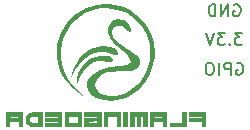
<source format=gbo>
G04 (created by PCBNEW (2013-07-07 BZR 4022)-stable) date 2015/2/26 10:26:18*
%MOIN*%
G04 Gerber Fmt 3.4, Leading zero omitted, Abs format*
%FSLAX34Y34*%
G01*
G70*
G90*
G04 APERTURE LIST*
%ADD10C,0.00590551*%
%ADD11C,0.008*%
%ADD12C,0.0001*%
G04 APERTURE END LIST*
G54D10*
G54D11*
X26400Y-25580D02*
X26438Y-25561D01*
X26495Y-25561D01*
X26552Y-25580D01*
X26590Y-25619D01*
X26609Y-25657D01*
X26628Y-25733D01*
X26628Y-25790D01*
X26609Y-25866D01*
X26590Y-25904D01*
X26552Y-25942D01*
X26495Y-25961D01*
X26457Y-25961D01*
X26400Y-25942D01*
X26380Y-25923D01*
X26380Y-25790D01*
X26457Y-25790D01*
X26209Y-25961D02*
X26209Y-25561D01*
X26057Y-25561D01*
X26019Y-25580D01*
X26000Y-25600D01*
X25980Y-25638D01*
X25980Y-25695D01*
X26000Y-25733D01*
X26019Y-25752D01*
X26057Y-25771D01*
X26209Y-25771D01*
X25809Y-25961D02*
X25809Y-25561D01*
X25542Y-25561D02*
X25466Y-25561D01*
X25428Y-25580D01*
X25390Y-25619D01*
X25371Y-25695D01*
X25371Y-25828D01*
X25390Y-25904D01*
X25428Y-25942D01*
X25466Y-25961D01*
X25542Y-25961D01*
X25580Y-25942D01*
X25619Y-25904D01*
X25638Y-25828D01*
X25638Y-25695D01*
X25619Y-25619D01*
X25580Y-25580D01*
X25542Y-25561D01*
X26590Y-24561D02*
X26342Y-24561D01*
X26476Y-24714D01*
X26419Y-24714D01*
X26380Y-24733D01*
X26361Y-24752D01*
X26342Y-24790D01*
X26342Y-24885D01*
X26361Y-24923D01*
X26380Y-24942D01*
X26419Y-24961D01*
X26533Y-24961D01*
X26571Y-24942D01*
X26590Y-24923D01*
X26171Y-24923D02*
X26152Y-24942D01*
X26171Y-24961D01*
X26190Y-24942D01*
X26171Y-24923D01*
X26171Y-24961D01*
X26019Y-24561D02*
X25771Y-24561D01*
X25904Y-24714D01*
X25847Y-24714D01*
X25809Y-24733D01*
X25790Y-24752D01*
X25771Y-24790D01*
X25771Y-24885D01*
X25790Y-24923D01*
X25809Y-24942D01*
X25847Y-24961D01*
X25961Y-24961D01*
X25999Y-24942D01*
X26019Y-24923D01*
X25657Y-24561D02*
X25523Y-24961D01*
X25390Y-24561D01*
X26304Y-23630D02*
X26342Y-23611D01*
X26400Y-23611D01*
X26457Y-23630D01*
X26495Y-23669D01*
X26514Y-23707D01*
X26533Y-23783D01*
X26533Y-23840D01*
X26514Y-23916D01*
X26495Y-23954D01*
X26457Y-23992D01*
X26400Y-24011D01*
X26361Y-24011D01*
X26304Y-23992D01*
X26285Y-23973D01*
X26285Y-23840D01*
X26361Y-23840D01*
X26114Y-24011D02*
X26114Y-23611D01*
X25885Y-24011D01*
X25885Y-23611D01*
X25695Y-24011D02*
X25695Y-23611D01*
X25599Y-23611D01*
X25542Y-23630D01*
X25504Y-23669D01*
X25485Y-23707D01*
X25466Y-23783D01*
X25466Y-23840D01*
X25485Y-23916D01*
X25504Y-23954D01*
X25542Y-23992D01*
X25599Y-24011D01*
X25695Y-24011D01*
G54D12*
G36*
X19287Y-27696D02*
X19214Y-27696D01*
X19140Y-27696D01*
X19140Y-27610D01*
X19140Y-27523D01*
X19140Y-27370D01*
X19136Y-27361D01*
X19120Y-27355D01*
X19089Y-27351D01*
X19037Y-27350D01*
X19000Y-27350D01*
X18936Y-27350D01*
X18895Y-27353D01*
X18871Y-27357D01*
X18861Y-27364D01*
X18860Y-27370D01*
X18865Y-27379D01*
X18880Y-27385D01*
X18912Y-27388D01*
X18963Y-27390D01*
X19000Y-27390D01*
X19064Y-27389D01*
X19106Y-27387D01*
X19129Y-27382D01*
X19139Y-27375D01*
X19140Y-27370D01*
X19140Y-27523D01*
X19000Y-27523D01*
X18860Y-27523D01*
X18860Y-27610D01*
X18860Y-27696D01*
X18787Y-27696D01*
X18714Y-27696D01*
X18714Y-27450D01*
X18714Y-27203D01*
X19000Y-27203D01*
X19287Y-27203D01*
X19287Y-27450D01*
X19287Y-27696D01*
X19287Y-27696D01*
X19287Y-27696D01*
G37*
G36*
X19940Y-27696D02*
X19794Y-27696D01*
X19794Y-27563D01*
X19794Y-27456D01*
X19794Y-27350D01*
X19686Y-27350D01*
X19631Y-27351D01*
X19595Y-27354D01*
X19571Y-27362D01*
X19552Y-27377D01*
X19546Y-27382D01*
X19519Y-27422D01*
X19516Y-27465D01*
X19529Y-27501D01*
X19548Y-27530D01*
X19578Y-27548D01*
X19624Y-27558D01*
X19691Y-27562D01*
X19697Y-27562D01*
X19794Y-27563D01*
X19794Y-27696D01*
X19744Y-27696D01*
X19663Y-27695D01*
X19605Y-27693D01*
X19563Y-27690D01*
X19533Y-27684D01*
X19508Y-27674D01*
X19499Y-27670D01*
X19440Y-27628D01*
X19396Y-27574D01*
X19373Y-27516D01*
X19373Y-27515D01*
X19368Y-27437D01*
X19382Y-27364D01*
X19413Y-27303D01*
X19440Y-27270D01*
X19468Y-27246D01*
X19501Y-27229D01*
X19545Y-27218D01*
X19603Y-27211D01*
X19680Y-27207D01*
X19737Y-27206D01*
X19940Y-27201D01*
X19940Y-27449D01*
X19940Y-27696D01*
X19940Y-27696D01*
X19940Y-27696D01*
G37*
G36*
X20594Y-27696D02*
X20307Y-27696D01*
X20020Y-27696D01*
X20020Y-27630D01*
X20020Y-27563D01*
X20234Y-27563D01*
X20315Y-27563D01*
X20373Y-27562D01*
X20411Y-27559D01*
X20434Y-27555D01*
X20445Y-27549D01*
X20447Y-27543D01*
X20443Y-27536D01*
X20431Y-27530D01*
X20404Y-27526D01*
X20361Y-27524D01*
X20299Y-27523D01*
X20234Y-27523D01*
X20020Y-27523D01*
X20020Y-27456D01*
X20020Y-27390D01*
X20234Y-27390D01*
X20315Y-27390D01*
X20373Y-27388D01*
X20411Y-27386D01*
X20434Y-27382D01*
X20445Y-27376D01*
X20447Y-27370D01*
X20443Y-27362D01*
X20431Y-27357D01*
X20404Y-27353D01*
X20361Y-27351D01*
X20299Y-27350D01*
X20234Y-27350D01*
X20020Y-27350D01*
X20020Y-27276D01*
X20020Y-27203D01*
X20307Y-27203D01*
X20594Y-27203D01*
X20594Y-27450D01*
X20594Y-27696D01*
X20594Y-27696D01*
X20594Y-27696D01*
G37*
G36*
X21247Y-27696D02*
X21100Y-27696D01*
X21100Y-27563D01*
X21100Y-27350D01*
X20820Y-27350D01*
X20820Y-27563D01*
X21100Y-27563D01*
X21100Y-27696D01*
X20674Y-27696D01*
X20674Y-27203D01*
X21247Y-27203D01*
X21247Y-27696D01*
X21247Y-27696D01*
X21247Y-27696D01*
G37*
G36*
X21900Y-27696D02*
X21614Y-27696D01*
X21327Y-27696D01*
X21327Y-27543D01*
X21327Y-27390D01*
X21521Y-27390D01*
X21715Y-27390D01*
X21711Y-27453D01*
X21707Y-27516D01*
X21590Y-27520D01*
X21532Y-27523D01*
X21496Y-27528D01*
X21478Y-27535D01*
X21474Y-27544D01*
X21478Y-27552D01*
X21495Y-27558D01*
X21528Y-27562D01*
X21582Y-27563D01*
X21614Y-27563D01*
X21754Y-27563D01*
X21754Y-27456D01*
X21754Y-27350D01*
X21540Y-27350D01*
X21327Y-27350D01*
X21327Y-27276D01*
X21327Y-27203D01*
X21614Y-27203D01*
X21900Y-27203D01*
X21900Y-27450D01*
X21900Y-27696D01*
X21900Y-27696D01*
X21900Y-27696D01*
G37*
G36*
X22554Y-27696D02*
X22407Y-27696D01*
X22407Y-27350D01*
X22127Y-27350D01*
X22127Y-27696D01*
X21980Y-27696D01*
X21980Y-27203D01*
X22554Y-27203D01*
X22554Y-27696D01*
X22554Y-27696D01*
X22554Y-27696D01*
G37*
G36*
X22780Y-27696D02*
X22700Y-27696D01*
X22620Y-27696D01*
X22623Y-27453D01*
X22627Y-27210D01*
X22704Y-27206D01*
X22780Y-27202D01*
X22780Y-27449D01*
X22780Y-27696D01*
X22780Y-27696D01*
X22780Y-27696D01*
G37*
G36*
X23434Y-27696D02*
X23287Y-27696D01*
X23287Y-27350D01*
X23220Y-27350D01*
X23220Y-27696D01*
X23074Y-27696D01*
X23074Y-27350D01*
X23007Y-27350D01*
X23007Y-27696D01*
X22860Y-27696D01*
X22860Y-27203D01*
X23434Y-27203D01*
X23434Y-27696D01*
X23434Y-27696D01*
X23434Y-27696D01*
G37*
G36*
X24087Y-27696D02*
X24014Y-27696D01*
X23940Y-27696D01*
X23940Y-27610D01*
X23940Y-27523D01*
X23940Y-27370D01*
X23936Y-27361D01*
X23920Y-27355D01*
X23889Y-27351D01*
X23837Y-27350D01*
X23800Y-27350D01*
X23736Y-27350D01*
X23695Y-27353D01*
X23671Y-27357D01*
X23661Y-27364D01*
X23660Y-27370D01*
X23665Y-27379D01*
X23680Y-27385D01*
X23712Y-27388D01*
X23763Y-27390D01*
X23800Y-27390D01*
X23864Y-27389D01*
X23906Y-27387D01*
X23929Y-27382D01*
X23939Y-27375D01*
X23940Y-27370D01*
X23940Y-27523D01*
X23800Y-27523D01*
X23660Y-27523D01*
X23660Y-27610D01*
X23660Y-27696D01*
X23587Y-27696D01*
X23514Y-27696D01*
X23514Y-27450D01*
X23514Y-27203D01*
X23800Y-27203D01*
X24087Y-27203D01*
X24087Y-27450D01*
X24087Y-27696D01*
X24087Y-27696D01*
X24087Y-27696D01*
G37*
G36*
X24740Y-27696D02*
X24167Y-27696D01*
X24167Y-27563D01*
X24594Y-27563D01*
X24594Y-27203D01*
X24740Y-27203D01*
X24740Y-27696D01*
X24740Y-27696D01*
X24740Y-27696D01*
G37*
G36*
X25394Y-27696D02*
X25320Y-27696D01*
X25247Y-27696D01*
X25247Y-27610D01*
X25247Y-27523D01*
X25034Y-27523D01*
X24820Y-27523D01*
X24820Y-27456D01*
X24820Y-27390D01*
X25034Y-27390D01*
X25115Y-27390D01*
X25173Y-27388D01*
X25211Y-27386D01*
X25234Y-27382D01*
X25245Y-27376D01*
X25247Y-27370D01*
X25243Y-27362D01*
X25231Y-27357D01*
X25204Y-27353D01*
X25161Y-27351D01*
X25099Y-27350D01*
X25034Y-27350D01*
X24820Y-27350D01*
X24820Y-27276D01*
X24820Y-27203D01*
X25107Y-27203D01*
X25394Y-27203D01*
X25394Y-27450D01*
X25394Y-27696D01*
X25394Y-27696D01*
X25394Y-27696D01*
G37*
G36*
X23681Y-25221D02*
X23677Y-25319D01*
X23668Y-25398D01*
X23627Y-25615D01*
X23564Y-25818D01*
X23479Y-26007D01*
X23371Y-26182D01*
X23241Y-26341D01*
X23090Y-26484D01*
X22918Y-26612D01*
X22865Y-26645D01*
X22715Y-26722D01*
X22551Y-26778D01*
X22381Y-26814D01*
X22208Y-26826D01*
X22039Y-26816D01*
X22013Y-26812D01*
X21862Y-26776D01*
X21731Y-26724D01*
X21619Y-26655D01*
X21527Y-26570D01*
X21456Y-26468D01*
X21444Y-26444D01*
X21420Y-26370D01*
X21413Y-26287D01*
X21422Y-26205D01*
X21446Y-26136D01*
X21493Y-26068D01*
X21560Y-25997D01*
X21644Y-25926D01*
X21739Y-25861D01*
X21840Y-25803D01*
X21943Y-25758D01*
X21943Y-25757D01*
X22035Y-25728D01*
X22141Y-25705D01*
X22264Y-25687D01*
X22409Y-25674D01*
X22459Y-25670D01*
X22537Y-25664D01*
X22612Y-25657D01*
X22676Y-25648D01*
X22723Y-25640D01*
X22736Y-25637D01*
X22792Y-25612D01*
X22837Y-25577D01*
X22866Y-25537D01*
X22873Y-25506D01*
X22861Y-25451D01*
X22827Y-25386D01*
X22772Y-25315D01*
X22699Y-25238D01*
X22609Y-25159D01*
X22576Y-25132D01*
X22502Y-25070D01*
X22427Y-25000D01*
X22353Y-24927D01*
X22287Y-24854D01*
X22232Y-24787D01*
X22192Y-24730D01*
X22185Y-24716D01*
X22146Y-24634D01*
X22124Y-24562D01*
X22119Y-24495D01*
X22127Y-24426D01*
X22156Y-24325D01*
X22201Y-24240D01*
X22259Y-24175D01*
X22329Y-24132D01*
X22360Y-24121D01*
X22420Y-24113D01*
X22494Y-24115D01*
X22571Y-24126D01*
X22636Y-24144D01*
X22713Y-24182D01*
X22779Y-24237D01*
X22830Y-24304D01*
X22863Y-24378D01*
X22874Y-24446D01*
X22872Y-24498D01*
X22865Y-24524D01*
X22850Y-24527D01*
X22823Y-24508D01*
X22797Y-24484D01*
X22725Y-24426D01*
X22646Y-24380D01*
X22566Y-24349D01*
X22493Y-24336D01*
X22486Y-24336D01*
X22412Y-24346D01*
X22345Y-24372D01*
X22292Y-24412D01*
X22281Y-24426D01*
X22258Y-24477D01*
X22248Y-24542D01*
X22253Y-24610D01*
X22272Y-24673D01*
X22273Y-24676D01*
X22324Y-24756D01*
X22400Y-24840D01*
X22499Y-24926D01*
X22619Y-25012D01*
X22747Y-25090D01*
X22867Y-25161D01*
X22964Y-25226D01*
X23041Y-25288D01*
X23101Y-25346D01*
X23146Y-25406D01*
X23166Y-25442D01*
X23190Y-25514D01*
X23188Y-25584D01*
X23162Y-25652D01*
X23114Y-25712D01*
X23045Y-25765D01*
X22960Y-25806D01*
X22933Y-25814D01*
X22905Y-25821D01*
X22873Y-25827D01*
X22831Y-25832D01*
X22777Y-25835D01*
X22707Y-25838D01*
X22617Y-25841D01*
X22520Y-25844D01*
X22399Y-25848D01*
X22302Y-25852D01*
X22223Y-25856D01*
X22159Y-25863D01*
X22107Y-25871D01*
X22062Y-25882D01*
X22021Y-25896D01*
X21979Y-25914D01*
X21961Y-25923D01*
X21878Y-25974D01*
X21806Y-26041D01*
X21747Y-26118D01*
X21707Y-26200D01*
X21691Y-26267D01*
X21695Y-26341D01*
X21722Y-26416D01*
X21769Y-26488D01*
X21831Y-26550D01*
X21907Y-26598D01*
X21921Y-26605D01*
X22025Y-26640D01*
X22143Y-26661D01*
X22269Y-26669D01*
X22394Y-26663D01*
X22508Y-26643D01*
X22661Y-26591D01*
X22809Y-26514D01*
X22950Y-26416D01*
X23082Y-26298D01*
X23202Y-26163D01*
X23307Y-26013D01*
X23387Y-25868D01*
X23460Y-25684D01*
X23508Y-25495D01*
X23531Y-25303D01*
X23527Y-25110D01*
X23498Y-24918D01*
X23443Y-24730D01*
X23381Y-24582D01*
X23284Y-24412D01*
X23170Y-24259D01*
X23040Y-24125D01*
X22897Y-24010D01*
X22743Y-23915D01*
X22580Y-23840D01*
X22411Y-23785D01*
X22235Y-23750D01*
X22058Y-23737D01*
X21879Y-23745D01*
X21702Y-23775D01*
X21528Y-23827D01*
X21360Y-23901D01*
X21199Y-23998D01*
X21048Y-24119D01*
X21020Y-24145D01*
X20921Y-24247D01*
X20839Y-24347D01*
X20768Y-24455D01*
X20707Y-24570D01*
X20628Y-24755D01*
X20575Y-24941D01*
X20548Y-25130D01*
X20546Y-25326D01*
X20551Y-25398D01*
X20576Y-25570D01*
X20616Y-25733D01*
X20674Y-25888D01*
X20750Y-26038D01*
X20846Y-26184D01*
X20963Y-26330D01*
X21104Y-26479D01*
X21268Y-26632D01*
X21280Y-26642D01*
X21311Y-26670D01*
X21321Y-26682D01*
X21314Y-26680D01*
X21290Y-26664D01*
X21251Y-26637D01*
X21199Y-26599D01*
X21135Y-26550D01*
X21120Y-26538D01*
X20978Y-26421D01*
X20851Y-26301D01*
X20739Y-26180D01*
X20647Y-26062D01*
X20576Y-25950D01*
X20547Y-25892D01*
X20486Y-25727D01*
X20442Y-25549D01*
X20415Y-25366D01*
X20408Y-25184D01*
X20419Y-25009D01*
X20427Y-24955D01*
X20475Y-24756D01*
X20547Y-24567D01*
X20641Y-24389D01*
X20755Y-24224D01*
X20888Y-24075D01*
X21038Y-23942D01*
X21203Y-23829D01*
X21382Y-23736D01*
X21519Y-23684D01*
X21602Y-23660D01*
X21699Y-23637D01*
X21800Y-23617D01*
X21899Y-23602D01*
X21986Y-23592D01*
X22040Y-23590D01*
X22111Y-23594D01*
X22199Y-23604D01*
X22296Y-23620D01*
X22394Y-23640D01*
X22486Y-23662D01*
X22541Y-23677D01*
X22726Y-23749D01*
X22900Y-23844D01*
X23061Y-23959D01*
X23209Y-24094D01*
X23339Y-24244D01*
X23450Y-24409D01*
X23541Y-24586D01*
X23609Y-24772D01*
X23639Y-24892D01*
X23662Y-25016D01*
X23676Y-25123D01*
X23681Y-25221D01*
X23681Y-25221D01*
X23681Y-25221D01*
G37*
G36*
X22274Y-25462D02*
X22262Y-25498D01*
X22229Y-25522D01*
X22177Y-25535D01*
X22109Y-25534D01*
X22027Y-25519D01*
X22016Y-25516D01*
X21897Y-25499D01*
X21779Y-25507D01*
X21658Y-25542D01*
X21535Y-25603D01*
X21535Y-25603D01*
X21448Y-25668D01*
X21363Y-25755D01*
X21281Y-25862D01*
X21207Y-25983D01*
X21143Y-26116D01*
X21135Y-26134D01*
X21114Y-26184D01*
X21096Y-26225D01*
X21083Y-26250D01*
X21080Y-26254D01*
X21077Y-26246D01*
X21076Y-26218D01*
X21079Y-26175D01*
X21079Y-26166D01*
X21095Y-26052D01*
X21122Y-25948D01*
X21163Y-25843D01*
X21183Y-25803D01*
X21255Y-25684D01*
X21348Y-25576D01*
X21459Y-25482D01*
X21583Y-25406D01*
X21716Y-25351D01*
X21720Y-25350D01*
X21805Y-25330D01*
X21892Y-25321D01*
X21979Y-25321D01*
X22062Y-25330D01*
X22136Y-25347D01*
X22198Y-25372D01*
X22244Y-25402D01*
X22269Y-25439D01*
X22274Y-25462D01*
X22274Y-25462D01*
X22274Y-25462D01*
G37*
G36*
X22447Y-25223D02*
X22441Y-25262D01*
X22420Y-25286D01*
X22384Y-25296D01*
X22330Y-25291D01*
X22256Y-25272D01*
X22202Y-25254D01*
X22147Y-25235D01*
X22103Y-25223D01*
X22061Y-25215D01*
X22011Y-25212D01*
X21947Y-25210D01*
X21914Y-25210D01*
X21837Y-25211D01*
X21779Y-25214D01*
X21731Y-25220D01*
X21688Y-25230D01*
X21654Y-25241D01*
X21513Y-25303D01*
X21379Y-25390D01*
X21253Y-25502D01*
X21134Y-25640D01*
X21023Y-25804D01*
X20953Y-25927D01*
X20926Y-25976D01*
X20905Y-26013D01*
X20891Y-26034D01*
X20887Y-26036D01*
X20891Y-26018D01*
X20901Y-25981D01*
X20916Y-25930D01*
X20928Y-25889D01*
X20991Y-25717D01*
X21069Y-25561D01*
X21161Y-25424D01*
X21264Y-25308D01*
X21343Y-25240D01*
X21483Y-25146D01*
X21627Y-25076D01*
X21772Y-25030D01*
X21918Y-25009D01*
X22061Y-25012D01*
X22118Y-25022D01*
X22218Y-25047D01*
X22303Y-25079D01*
X22371Y-25116D01*
X22419Y-25158D01*
X22444Y-25201D01*
X22447Y-25223D01*
X22447Y-25223D01*
X22447Y-25223D01*
G37*
M02*

</source>
